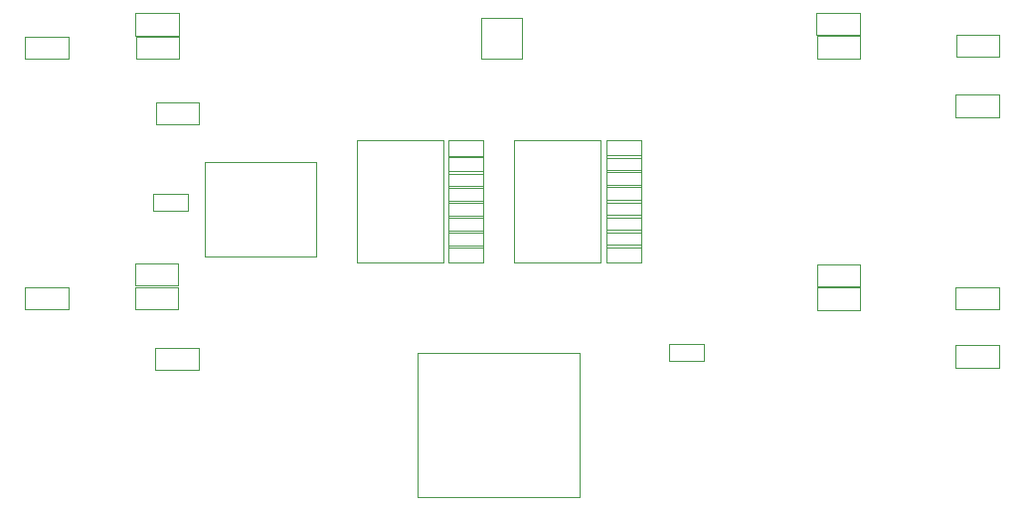
<source format=gbr>
G04 #@! TF.GenerationSoftware,KiCad,Pcbnew,(5.1.7)-1*
G04 #@! TF.CreationDate,2020-10-06T16:51:21+07:00*
G04 #@! TF.ProjectId,PIC16F1X_KIT2019,50494331-3646-4315-985f-4b4954323031,rev?*
G04 #@! TF.SameCoordinates,Original*
G04 #@! TF.FileFunction,Other,User*
%FSLAX46Y46*%
G04 Gerber Fmt 4.6, Leading zero omitted, Abs format (unit mm)*
G04 Created by KiCad (PCBNEW (5.1.7)-1) date 2020-10-06 16:51:21*
%MOMM*%
%LPD*%
G01*
G04 APERTURE LIST*
%ADD10C,0.050000*%
G04 APERTURE END LIST*
D10*
X112191520Y-36225520D02*
X112191520Y-34325520D01*
X112191520Y-34325520D02*
X108491520Y-34325520D01*
X108491520Y-34325520D02*
X108491520Y-36225520D01*
X108491520Y-36225520D02*
X112191520Y-36225520D01*
X112163360Y-57581840D02*
X112163360Y-55681840D01*
X112163360Y-55681840D02*
X108463360Y-55681840D01*
X108463360Y-55681840D02*
X108463360Y-57581840D01*
X108463360Y-57581840D02*
X112163360Y-57581840D01*
X40380040Y-34955440D02*
X40380040Y-36855440D01*
X40380040Y-36855440D02*
X44080040Y-36855440D01*
X44080040Y-36855440D02*
X44080040Y-34955440D01*
X44080040Y-34955440D02*
X40380040Y-34955440D01*
X40314000Y-55890120D02*
X40314000Y-57790120D01*
X40314000Y-57790120D02*
X44014000Y-57790120D01*
X44014000Y-57790120D02*
X44014000Y-55890120D01*
X44014000Y-55890120D02*
X40314000Y-55890120D01*
X32924360Y-52618680D02*
X32924360Y-50718680D01*
X32924360Y-50718680D02*
X29224360Y-50718680D01*
X29224360Y-50718680D02*
X29224360Y-52618680D01*
X29224360Y-52618680D02*
X32924360Y-52618680D01*
X112187600Y-52593280D02*
X112187600Y-50693280D01*
X112187600Y-50693280D02*
X108487600Y-50693280D01*
X108487600Y-50693280D02*
X108487600Y-52593280D01*
X108487600Y-52593280D02*
X112187600Y-52593280D01*
X112242320Y-31120120D02*
X112242320Y-29220120D01*
X112242320Y-29220120D02*
X108542320Y-29220120D01*
X108542320Y-29220120D02*
X108542320Y-31120120D01*
X108542320Y-31120120D02*
X112242320Y-31120120D01*
X32914200Y-31277600D02*
X32914200Y-29377600D01*
X32914200Y-29377600D02*
X29214200Y-29377600D01*
X29214200Y-29377600D02*
X29214200Y-31277600D01*
X29214200Y-31277600D02*
X32914200Y-31277600D01*
X100361360Y-29235440D02*
X100361360Y-27335440D01*
X100361360Y-27335440D02*
X96661360Y-27335440D01*
X96661360Y-27335440D02*
X96661360Y-29235440D01*
X96661360Y-29235440D02*
X100361360Y-29235440D01*
X100366440Y-31226800D02*
X100366440Y-29326800D01*
X100366440Y-29326800D02*
X96666440Y-29326800D01*
X96666440Y-29326800D02*
X96666440Y-31226800D01*
X96666440Y-31226800D02*
X100366440Y-31226800D01*
X96675440Y-50688280D02*
X100375440Y-50688280D01*
X96675440Y-48788280D02*
X96675440Y-50688280D01*
X100375440Y-48788280D02*
X96675440Y-48788280D01*
X100375440Y-50688280D02*
X100375440Y-48788280D01*
X100366440Y-52669480D02*
X100366440Y-50769480D01*
X100366440Y-50769480D02*
X96666440Y-50769480D01*
X96666440Y-50769480D02*
X96666440Y-52669480D01*
X96666440Y-52669480D02*
X100366440Y-52669480D01*
X42286800Y-48696840D02*
X38586800Y-48696840D01*
X42286800Y-50596840D02*
X42286800Y-48696840D01*
X38586800Y-50596840D02*
X42286800Y-50596840D01*
X38586800Y-48696840D02*
X38586800Y-50596840D01*
X38586800Y-50703440D02*
X38586800Y-52603440D01*
X38586800Y-52603440D02*
X42286800Y-52603440D01*
X42286800Y-52603440D02*
X42286800Y-50703440D01*
X42286800Y-50703440D02*
X38586800Y-50703440D01*
X42368080Y-27396400D02*
X38668080Y-27396400D01*
X42368080Y-29296400D02*
X42368080Y-27396400D01*
X38668080Y-29296400D02*
X42368080Y-29296400D01*
X38668080Y-27396400D02*
X38668080Y-29296400D01*
X38673160Y-29377600D02*
X38673160Y-31277600D01*
X38673160Y-31277600D02*
X42373160Y-31277600D01*
X42373160Y-31277600D02*
X42373160Y-29377600D01*
X42373160Y-29377600D02*
X38673160Y-29377600D01*
X62690600Y-56289800D02*
X76440600Y-56289800D01*
X76440600Y-56289800D02*
X76440600Y-68639800D01*
X76440600Y-68639800D02*
X62690600Y-68639800D01*
X62690600Y-68639800D02*
X62690600Y-56289800D01*
X81744100Y-42184940D02*
X81744100Y-40724940D01*
X81744100Y-40724940D02*
X78784100Y-40724940D01*
X78784100Y-40724940D02*
X78784100Y-42184940D01*
X78784100Y-42184940D02*
X81744100Y-42184940D01*
X40176000Y-42780200D02*
X40176000Y-44240200D01*
X40176000Y-44240200D02*
X43136000Y-44240200D01*
X43136000Y-44240200D02*
X43136000Y-42780200D01*
X43136000Y-42780200D02*
X40176000Y-42780200D01*
X68256600Y-39644940D02*
X68256600Y-38184940D01*
X68256600Y-38184940D02*
X65296600Y-38184940D01*
X65296600Y-38184940D02*
X65296600Y-39644940D01*
X65296600Y-39644940D02*
X68256600Y-39644940D01*
X68256600Y-41041940D02*
X68256600Y-39581940D01*
X68256600Y-39581940D02*
X65296600Y-39581940D01*
X65296600Y-39581940D02*
X65296600Y-41041940D01*
X65296600Y-41041940D02*
X68256600Y-41041940D01*
X68231200Y-42246300D02*
X68231200Y-40786300D01*
X68231200Y-40786300D02*
X65271200Y-40786300D01*
X65271200Y-40786300D02*
X65271200Y-42246300D01*
X65271200Y-42246300D02*
X68231200Y-42246300D01*
X68231100Y-43518440D02*
X68231100Y-42058440D01*
X68231100Y-42058440D02*
X65271100Y-42058440D01*
X65271100Y-42058440D02*
X65271100Y-43518440D01*
X65271100Y-43518440D02*
X68231100Y-43518440D01*
X68218600Y-44786300D02*
X68218600Y-43326300D01*
X68218600Y-43326300D02*
X65258600Y-43326300D01*
X65258600Y-43326300D02*
X65258600Y-44786300D01*
X65258600Y-44786300D02*
X68218600Y-44786300D01*
X68218500Y-46056300D02*
X68218500Y-44596300D01*
X68218500Y-44596300D02*
X65258500Y-44596300D01*
X65258500Y-44596300D02*
X65258500Y-46056300D01*
X65258500Y-46056300D02*
X68218500Y-46056300D01*
X68218500Y-47326300D02*
X68218500Y-45866300D01*
X68218500Y-45866300D02*
X65258500Y-45866300D01*
X65258500Y-45866300D02*
X65258500Y-47326300D01*
X65258500Y-47326300D02*
X68218500Y-47326300D01*
X68218600Y-48596300D02*
X68218600Y-47136300D01*
X68218600Y-47136300D02*
X65258600Y-47136300D01*
X65258600Y-47136300D02*
X65258600Y-48596300D01*
X65258600Y-48596300D02*
X68218600Y-48596300D01*
X81744000Y-39693600D02*
X81744000Y-38233600D01*
X81744000Y-38233600D02*
X78784000Y-38233600D01*
X78784000Y-38233600D02*
X78784000Y-39693600D01*
X78784000Y-39693600D02*
X81744000Y-39693600D01*
X81744100Y-40914940D02*
X81744100Y-39454940D01*
X81744100Y-39454940D02*
X78784100Y-39454940D01*
X78784100Y-39454940D02*
X78784100Y-40914940D01*
X78784100Y-40914940D02*
X81744100Y-40914940D01*
X81744000Y-43503600D02*
X81744000Y-42043600D01*
X81744000Y-42043600D02*
X78784000Y-42043600D01*
X78784000Y-42043600D02*
X78784000Y-43503600D01*
X78784000Y-43503600D02*
X81744000Y-43503600D01*
X81744000Y-44773600D02*
X81744000Y-43313600D01*
X81744000Y-43313600D02*
X78784000Y-43313600D01*
X78784000Y-43313600D02*
X78784000Y-44773600D01*
X78784000Y-44773600D02*
X81744000Y-44773600D01*
X81731400Y-46043600D02*
X81731400Y-44583600D01*
X81731400Y-44583600D02*
X78771400Y-44583600D01*
X78771400Y-44583600D02*
X78771400Y-46043600D01*
X78771400Y-46043600D02*
X81731400Y-46043600D01*
X81744000Y-47313600D02*
X81744000Y-45853600D01*
X81744000Y-45853600D02*
X78784000Y-45853600D01*
X78784000Y-45853600D02*
X78784000Y-47313600D01*
X78784000Y-47313600D02*
X81744000Y-47313600D01*
X81744000Y-48583600D02*
X81744000Y-47123600D01*
X81744000Y-47123600D02*
X78784000Y-47123600D01*
X78784000Y-47123600D02*
X78784000Y-48583600D01*
X78784000Y-48583600D02*
X81744000Y-48583600D01*
X87058750Y-56991000D02*
X87058750Y-55531000D01*
X87058750Y-55531000D02*
X84098750Y-55531000D01*
X84098750Y-55531000D02*
X84098750Y-56991000D01*
X84098750Y-56991000D02*
X87058750Y-56991000D01*
X68061900Y-31227500D02*
X71561900Y-31227500D01*
X68061900Y-27827500D02*
X68061900Y-31227500D01*
X71561900Y-27827500D02*
X68061900Y-27827500D01*
X71561900Y-31227500D02*
X71561900Y-27827500D01*
X44526000Y-40081700D02*
X54026000Y-40081700D01*
X44526000Y-48081700D02*
X54026000Y-48081700D01*
X54026000Y-48081700D02*
X54026000Y-40081700D01*
X44526000Y-48081700D02*
X44526000Y-40081700D01*
X64888600Y-38221300D02*
X64888600Y-48621300D01*
X64888600Y-48621300D02*
X57488600Y-48621300D01*
X57488600Y-48621300D02*
X57488600Y-38221300D01*
X57488600Y-38221300D02*
X64888600Y-38221300D01*
X70849000Y-38221300D02*
X78249000Y-38221300D01*
X70849000Y-48621300D02*
X70849000Y-38221300D01*
X78249000Y-48621300D02*
X70849000Y-48621300D01*
X78249000Y-38221300D02*
X78249000Y-48621300D01*
M02*

</source>
